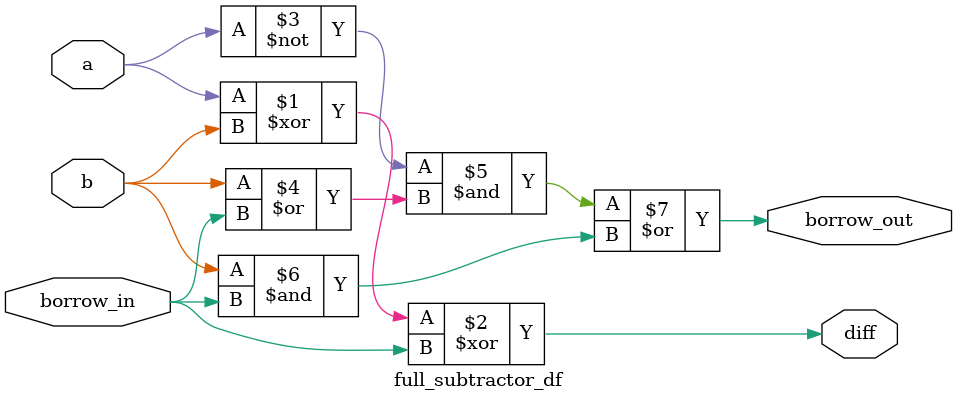
<source format=v>
module full_subtractor_df (diff, borrow_out, a, b, borrow_in);
    input a, b, borrow_in;
    output diff, borrow_out;

    assign diff       = a ^ b ^ borrow_in;
    assign borrow_out = (~a & (b | borrow_in)) | (b & borrow_in);
endmodule


</source>
